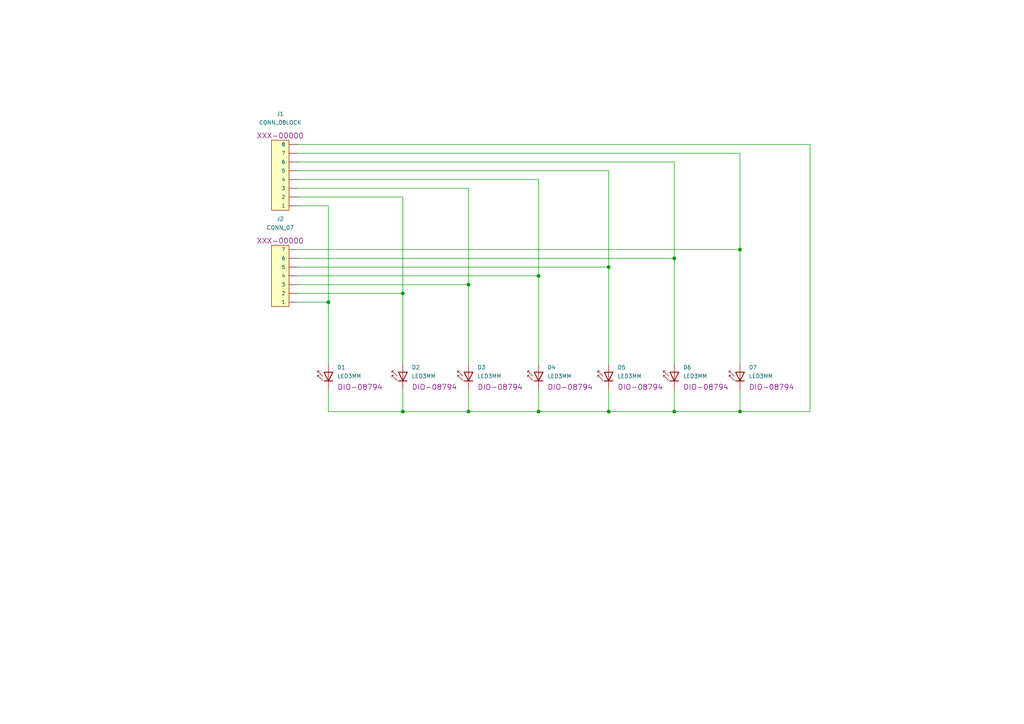
<source format=kicad_sch>
(kicad_sch (version 20211123) (generator eeschema)
  (paper "A4")
  (lib_symbols
    (symbol "LED:LD271" (pin_numbers hide) (pin_names (offset 1.016) hide)
      (property "Reference" "D" (at 0.508 1.778 0))
      (property "Value" "LD271" (at -1.016 -2.794 0))
      (symbol "LD271_0_1"
        (polyline (pts (xy -2.54 1.27) (xy -2.54 -1.27)) (stroke (width 0.254)))
        (polyline (pts (xy 0 0) (xy -2.54 0)))
        (polyline (pts (xy 0.381 3.175) (xy -0.127 3.175)))
        (polyline (pts (xy -1.143 1.651) (xy 0.381 3.175) (xy 0.381 2.667)))
        (polyline (pts (xy 0 -1.27) (xy -2.54 0) (xy 0 1.27) (xy 0 -1.27)) (stroke (width 0.254)))
        (polyline (pts (xy -2.413 1.651) (xy -0.889 3.175) (xy -0.889 2.667) (xy -0.889 3.175) (xy -1.397 3.175)))
      )
      (symbol "LD271_1_1"
        (pin passive line (at -5.08 0 0) (length 2.54) (name "K") (number "1"))
        (pin passive line (at 2.54 0 180) (length 2.54) (name "A") (number "2"))
      )
    )
    (symbol "SparkFun-Connectors:CONN_07" (pin_numbers hide) (pin_names (offset 1.016))
      (property "Reference" "J" (at -5.08 17.78 0))
      (property "Value" "CONN_07" (at -5.08 -3.81 0))
      (property "Field4" "XXX-00000" (at 0 21.59 0))
      (symbol "CONN_07_0_1"
        (rectangle (start 0 -1.27) (end -5.08 16.51) (fill (type background)))
      )
      (symbol "CONN_07_1_1"
        (pin passive line (at 2.54 0 180) (length 2.54) (name "1") (number "1"))
        (pin passive line (at 2.54 2.54 180) (length 2.54) (name "2") (number "2"))
        (pin passive line (at 2.54 5.08 180) (length 2.54) (name "3") (number "3"))
        (pin passive line (at 2.54 7.62 180) (length 2.54) (name "4") (number "4"))
        (pin passive line (at 2.54 10.16 180) (length 2.54) (name "5") (number "5"))
        (pin passive line (at 2.54 12.7 180) (length 2.54) (name "6") (number "6"))
        (pin passive line (at 2.54 15.24 180) (length 2.54) (name "7") (number "7"))
      )
    )
    (symbol "SparkFun-Connectors:CONN_08LOCK" (pin_numbers hide) (pin_names (offset 1.016))
      (property "Reference" "J" (at -5.08 20.32 0))
      (property "Value" "CONN_08LOCK" (at -5.08 -3.81 0))
      (property "Field4" "XXX-00000" (at 0 24.13 0))
      (symbol "CONN_08LOCK_0_1"
        (rectangle (start 0 -1.27) (end -5.08 19.05) (fill (type background)))
      )
      (symbol "CONN_08LOCK_1_1"
        (pin passive line (at 2.54 0 180) (length 2.54) (name "1") (number "1"))
        (pin passive line (at 2.54 2.54 180) (length 2.54) (name "2") (number "2"))
        (pin passive line (at 2.54 5.08 180) (length 2.54) (name "3") (number "3"))
        (pin passive line (at 2.54 7.62 180) (length 2.54) (name "4") (number "4"))
        (pin passive line (at 2.54 10.16 180) (length 2.54) (name "5") (number "5"))
        (pin passive line (at 2.54 12.7 180) (length 2.54) (name "6") (number "6"))
        (pin passive line (at 2.54 15.24 180) (length 2.54) (name "7") (number "7"))
        (pin passive line (at 2.54 17.78 180) (length 2.54) (name "8") (number "8"))
      )
    )
  )
  (junction (at 176.53 77.47))
  (junction (at 116.84 119.38))
  (junction (at 156.21 80.01))
  (junction (at 195.58 74.93))
  (junction (at 135.89 82.55))
  (junction (at 195.58 119.38))
  (junction (at 116.84 85.09))
  (junction (at 135.89 119.38))
  (junction (at 214.63 72.39))
  (junction (at 156.21 119.38))
  (junction (at 214.63 119.38))
  (junction (at 95.25 87.63))
  (junction (at 176.53 119.38))
  (wire (pts (xy 195.58 119.38) (xy 176.53 119.38)))
  (wire (pts (xy 86.36 52.07) (xy 156.21 52.07)))
  (wire (pts (xy 86.36 49.53) (xy 176.53 49.53)))
  (wire (pts (xy 176.53 119.38) (xy 176.53 113.03)))
  (wire (pts (xy 86.36 82.55) (xy 135.89 82.55)))
  (wire (pts (xy 156.21 119.38) (xy 156.21 113.03)))
  (wire (pts (xy 86.36 80.01) (xy 156.21 80.01)))
  (wire (pts (xy 214.63 119.38) (xy 195.58 119.38)))
  (wire (pts (xy 135.89 82.55) (xy 135.89 105.41)))
  (wire (pts (xy 135.89 119.38) (xy 156.21 119.38)))
  (wire (pts (xy 86.36 85.09) (xy 116.84 85.09)))
  (wire (pts (xy 176.53 119.38) (xy 156.21 119.38)))
  (wire (pts (xy 195.58 119.38) (xy 195.58 113.03)))
  (wire (pts (xy 234.95 119.38) (xy 214.63 119.38)))
  (wire (pts (xy 86.36 54.61) (xy 135.89 54.61)))
  (wire (pts (xy 86.36 87.63) (xy 95.25 87.63)))
  (wire (pts (xy 156.21 52.07) (xy 156.21 80.01)))
  (wire (pts (xy 86.36 77.47) (xy 176.53 77.47)))
  (wire (pts (xy 195.58 46.99) (xy 195.58 74.93)))
  (wire (pts (xy 214.63 113.03) (xy 214.63 119.38)))
  (wire (pts (xy 116.84 57.15) (xy 116.84 85.09)))
  (wire (pts (xy 86.36 57.15) (xy 116.84 57.15)))
  (wire (pts (xy 86.36 74.93) (xy 195.58 74.93)))
  (wire (pts (xy 156.21 80.01) (xy 156.21 105.41)))
  (wire (pts (xy 116.84 119.38) (xy 135.89 119.38)))
  (wire (pts (xy 86.36 41.91) (xy 234.95 41.91)))
  (wire (pts (xy 86.36 44.45) (xy 214.63 44.45)))
  (wire (pts (xy 176.53 77.47) (xy 176.53 105.41)))
  (wire (pts (xy 195.58 74.93) (xy 195.58 105.41)))
  (wire (pts (xy 116.84 113.03) (xy 116.84 119.38)))
  (wire (pts (xy 135.89 54.61) (xy 135.89 82.55)))
  (wire (pts (xy 95.25 113.03) (xy 95.25 119.38)))
  (wire (pts (xy 86.36 59.69) (xy 95.25 59.69)))
  (wire (pts (xy 86.36 72.39) (xy 214.63 72.39)))
  (wire (pts (xy 116.84 85.09) (xy 116.84 105.41)))
  (wire (pts (xy 95.25 59.69) (xy 95.25 87.63)))
  (wire (pts (xy 95.25 119.38) (xy 116.84 119.38)))
  (wire (pts (xy 214.63 44.45) (xy 214.63 72.39)))
  (wire (pts (xy 95.25 87.63) (xy 95.25 105.41)))
  (wire (pts (xy 214.63 72.39) (xy 214.63 105.41)))
  (wire (pts (xy 176.53 49.53) (xy 176.53 77.47)))
  (wire (pts (xy 86.36 46.99) (xy 195.58 46.99)))
  (wire (pts (xy 234.95 41.91) (xy 234.95 119.38)))
  (wire (pts (xy 135.89 113.03) (xy 135.89 119.38)))
  (symbol (lib_id "LED:LD271") (at 135.89 107.95 90) (unit 1)
    (property "Reference" "D3" (at 138.43 106.553 90) (effects (font (size 1.143 1.143)) (justify right)))
    (property "Value" "LED3MM" (at 138.43 109.093 90) (effects (font (size 1.143 1.143)) (justify right)))
    (property "Footprint" "LED_THT:LED_D3.0mm" (effects hide))
    (property "Datasheet" "http://www.alliedelec.com/m/d/40788c34903a719969df15f1fbea1056.pdf" (effects hide))
    (property "Field4" "DIO-08794" (at 138.43 112.268 90) (effects (font (size 1.524 1.524)) (justify right)))
  )
  (symbol (lib_id "SparkFun-Connectors:CONN_08LOCK") (at 83.82 59.69 0) (unit 1)
    (property "Reference" "J1" (at 81.28 33.02 0) (effects (font (size 1.143 1.143))))
    (property "Value" "CONN_08LOCK" (at 81.28 35.56 0) (effects (font (size 1.143 1.143))))
    (property "Footprint" "Connector_PinHeader_2.54mm:PinHeader_1x08_P2.54mm_Vertical" (effects hide))
    (property "Field4" "XXX-00000" (at 81.28 39.37 0) (effects (font (size 1.524 1.524))))
  )
  (symbol (lib_id "SparkFun-Connectors:CONN_07") (at 83.82 87.63 0) (unit 1)
    (property "Reference" "J2" (at 81.28 63.5 0) (effects (font (size 1.143 1.143))))
    (property "Value" "CONN_07" (at 81.28 66.04 0) (effects (font (size 1.143 1.143))))
    (property "Footprint" "Connector_PinHeader_2.54mm:PinHeader_1x08_P2.54mm_Vertical" (effects hide))
    (property "Field4" "XXX-00000" (at 81.28 69.85 0) (effects (font (size 1.524 1.524))))
  )
  (symbol (lib_id "LED:LD271") (at 214.63 107.95 90) (unit 1)
    (property "Reference" "D7" (at 217.17 106.553 90) (effects (font (size 1.143 1.143)) (justify right)))
    (property "Value" "LED3MM" (at 217.17 109.093 90) (effects (font (size 1.143 1.143)) (justify right)))
    (property "Footprint" "LED_THT:LED_D3.0mm" (effects hide))
    (property "Datasheet" "http://www.alliedelec.com/m/d/40788c34903a719969df15f1fbea1056.pdf" (effects hide))
    (property "Field4" "DIO-08794" (at 217.17 112.268 90) (effects (font (size 1.524 1.524)) (justify right)))
  )
  (symbol (lib_id "LED:LD271") (at 195.58 107.95 90) (unit 1)
    (property "Reference" "D6" (at 198.12 106.553 90) (effects (font (size 1.143 1.143)) (justify right)))
    (property "Value" "LED3MM" (at 198.12 109.093 90) (effects (font (size 1.143 1.143)) (justify right)))
    (property "Footprint" "LED_THT:LED_D3.0mm" (effects hide))
    (property "Datasheet" "http://www.alliedelec.com/m/d/40788c34903a719969df15f1fbea1056.pdf" (effects hide))
    (property "Field4" "DIO-08794" (at 198.12 112.268 90) (effects (font (size 1.524 1.524)) (justify right)))
  )
  (symbol (lib_id "LED:LD271") (at 156.21 107.95 90) (unit 1)
    (property "Reference" "D4" (at 158.75 106.553 90) (effects (font (size 1.143 1.143)) (justify right)))
    (property "Value" "LED3MM" (at 158.75 109.093 90) (effects (font (size 1.143 1.143)) (justify right)))
    (property "Footprint" "LED_THT:LED_D3.0mm" (effects hide))
    (property "Datasheet" "http://www.alliedelec.com/m/d/40788c34903a719969df15f1fbea1056.pdf" (effects hide))
    (property "Field4" "DIO-08794" (at 158.75 112.268 90) (effects (font (size 1.524 1.524)) (justify right)))
  )
  (symbol (lib_id "LED:LD271") (at 116.84 107.95 90) (unit 1)
    (property "Reference" "D2" (at 119.38 106.553 90) (effects (font (size 1.143 1.143)) (justify right)))
    (property "Value" "LED3MM" (at 119.38 109.093 90) (effects (font (size 1.143 1.143)) (justify right)))
    (property "Footprint" "LED_THT:LED_D3.0mm" (effects hide))
    (property "Datasheet" "http://www.alliedelec.com/m/d/40788c34903a719969df15f1fbea1056.pdf" (effects hide))
    (property "Field4" "DIO-08794" (at 119.38 112.268 90) (effects (font (size 1.524 1.524)) (justify right)))
  )
  (symbol (lib_id "LED:LD271") (at 176.53 107.95 90) (unit 1)
    (property "Reference" "D5" (at 179.07 106.553 90) (effects (font (size 1.143 1.143)) (justify right)))
    (property "Value" "LED3MM" (at 179.07 109.093 90) (effects (font (size 1.143 1.143)) (justify right)))
    (property "Footprint" "LED_THT:LED_D3.0mm" (effects hide))
    (property "Datasheet" "http://www.alliedelec.com/m/d/40788c34903a719969df15f1fbea1056.pdf" (effects hide))
    (property "Field4" "DIO-08794" (at 179.07 112.268 90) (effects (font (size 1.524 1.524)) (justify right)))
  )
  (symbol (lib_id "LED:LD271") (at 95.25 107.95 90) (unit 1)
    (property "Reference" "D1" (at 97.79 106.553 90) (effects (font (size 1.143 1.143)) (justify right)))
    (property "Value" "LED3MM" (at 97.79 109.093 90) (effects (font (size 1.143 1.143)) (justify right)))
    (property "Footprint" "LED_THT:LED_D3.0mm" (effects hide))
    (property "Datasheet" "http://www.alliedelec.com/m/d/40788c34903a719969df15f1fbea1056.pdf" (effects hide))
    (property "Field4" "DIO-08794" (at 97.79 112.268 90) (effects (font (size 1.524 1.524)) (justify right)))
  )
)
</source>
